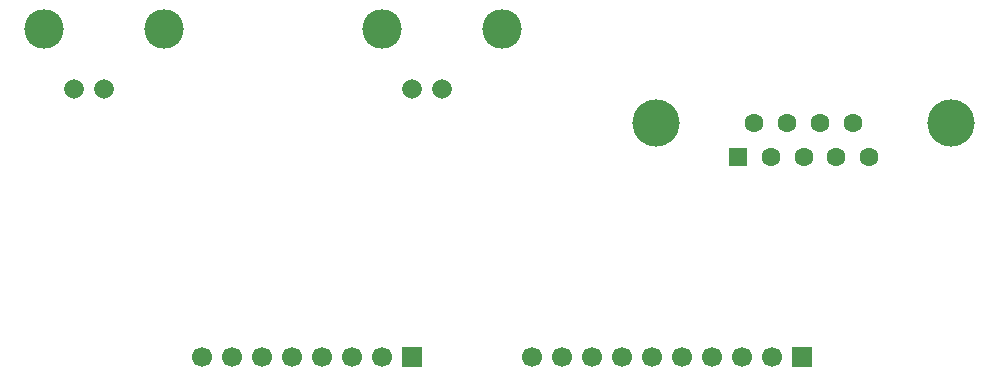
<source format=gbr>
%TF.GenerationSoftware,KiCad,Pcbnew,9.0.2*%
%TF.CreationDate,2025-07-24T16:09:36+02:00*%
%TF.ProjectId,Oscilli,4f736369-6c6c-4692-9e6b-696361645f70,rev?*%
%TF.SameCoordinates,Original*%
%TF.FileFunction,Soldermask,Bot*%
%TF.FilePolarity,Negative*%
%FSLAX46Y46*%
G04 Gerber Fmt 4.6, Leading zero omitted, Abs format (unit mm)*
G04 Created by KiCad (PCBNEW 9.0.2) date 2025-07-24 16:09:36*
%MOMM*%
%LPD*%
G01*
G04 APERTURE LIST*
%ADD10C,4.000000*%
%ADD11R,1.600000X1.600000*%
%ADD12C,1.600000*%
%ADD13R,1.700000X1.700000*%
%ADD14C,1.700000*%
%ADD15C,1.664000*%
%ADD16C,3.344000*%
G04 APERTURE END LIST*
D10*
%TO.C,J3*%
X122950000Y-131220000D03*
X97950000Y-131220000D03*
D11*
X104910000Y-134060000D03*
D12*
X107680000Y-134060000D03*
X110450000Y-134060000D03*
X113220000Y-134060000D03*
X115990000Y-134060000D03*
X106295000Y-131220000D03*
X109065000Y-131220000D03*
X111835000Y-131220000D03*
X114605000Y-131220000D03*
%TD*%
D13*
%TO.C,J5*%
X110330000Y-151000000D03*
D14*
X107790000Y-151000000D03*
X105250000Y-151000000D03*
X102710000Y-151000000D03*
X100170000Y-151000000D03*
X97630000Y-151000000D03*
X95090000Y-151000000D03*
X92550000Y-151000000D03*
X90010000Y-151000000D03*
X87470000Y-151000000D03*
%TD*%
D13*
%TO.C,J4*%
X77310000Y-151000000D03*
D14*
X74770000Y-151000000D03*
X72230000Y-151000000D03*
X69690000Y-151000000D03*
X67150000Y-151000000D03*
X64610000Y-151000000D03*
X62070000Y-151000000D03*
X59530000Y-151000000D03*
%TD*%
D15*
%TO.C,J2*%
X79800000Y-128290000D03*
X77260000Y-128290000D03*
D16*
X84880000Y-123210000D03*
X74720000Y-123210000D03*
%TD*%
D15*
%TO.C,J1*%
X51180000Y-128290000D03*
X48640000Y-128290000D03*
D16*
X56260000Y-123210000D03*
X46100000Y-123210000D03*
%TD*%
M02*

</source>
